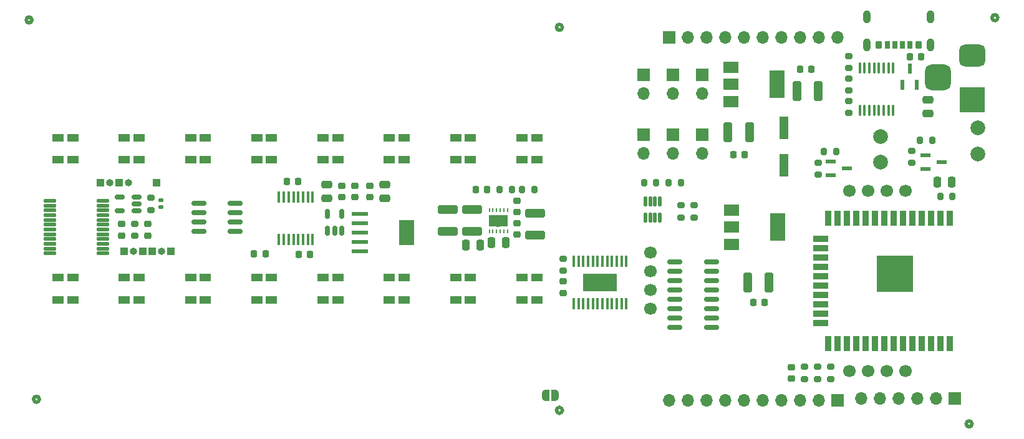
<source format=gts>
G04 #@! TF.GenerationSoftware,KiCad,Pcbnew,(6.0.1-0)*
G04 #@! TF.CreationDate,2022-03-11T15:24:18+09:00*
G04 #@! TF.ProjectId,qLAMP-main,714c414d-502d-46d6-9169-6e2e6b696361,rev?*
G04 #@! TF.SameCoordinates,Original*
G04 #@! TF.FileFunction,Soldermask,Top*
G04 #@! TF.FilePolarity,Negative*
%FSLAX46Y46*%
G04 Gerber Fmt 4.6, Leading zero omitted, Abs format (unit mm)*
G04 Created by KiCad (PCBNEW (6.0.1-0)) date 2022-03-11 15:24:18*
%MOMM*%
%LPD*%
G01*
G04 APERTURE LIST*
G04 Aperture macros list*
%AMRoundRect*
0 Rectangle with rounded corners*
0 $1 Rounding radius*
0 $2 $3 $4 $5 $6 $7 $8 $9 X,Y pos of 4 corners*
0 Add a 4 corners polygon primitive as box body*
4,1,4,$2,$3,$4,$5,$6,$7,$8,$9,$2,$3,0*
0 Add four circle primitives for the rounded corners*
1,1,$1+$1,$2,$3*
1,1,$1+$1,$4,$5*
1,1,$1+$1,$6,$7*
1,1,$1+$1,$8,$9*
0 Add four rect primitives between the rounded corners*
20,1,$1+$1,$2,$3,$4,$5,0*
20,1,$1+$1,$4,$5,$6,$7,0*
20,1,$1+$1,$6,$7,$8,$9,0*
20,1,$1+$1,$8,$9,$2,$3,0*%
%AMFreePoly0*
4,1,22,0.500000,-0.750000,0.000000,-0.750000,0.000000,-0.745033,-0.079941,-0.743568,-0.215256,-0.701293,-0.333266,-0.622738,-0.424486,-0.514219,-0.481581,-0.384460,-0.499164,-0.250000,-0.500000,-0.250000,-0.500000,0.250000,-0.499164,0.250000,-0.499963,0.256109,-0.478152,0.396186,-0.417904,0.524511,-0.324060,0.630769,-0.204165,0.706417,-0.067858,0.745374,0.000000,0.744959,0.000000,0.750000,
0.500000,0.750000,0.500000,-0.750000,0.500000,-0.750000,$1*%
%AMFreePoly1*
4,1,20,0.000000,0.744959,0.073905,0.744508,0.209726,0.703889,0.328688,0.626782,0.421226,0.519385,0.479903,0.390333,0.500000,0.250000,0.500000,-0.250000,0.499851,-0.262216,0.476331,-0.402017,0.414519,-0.529596,0.319384,-0.634700,0.198574,-0.708877,0.061801,-0.746166,0.000000,-0.745033,0.000000,-0.750000,-0.500000,-0.750000,-0.500000,0.750000,0.000000,0.750000,0.000000,0.744959,
0.000000,0.744959,$1*%
G04 Aperture macros list end*
%ADD10C,0.475000*%
%ADD11RoundRect,0.150000X0.825000X0.150000X-0.825000X0.150000X-0.825000X-0.150000X0.825000X-0.150000X0*%
%ADD12C,2.000000*%
%ADD13FreePoly0,180.000000*%
%ADD14FreePoly1,180.000000*%
%ADD15RoundRect,0.100000X-0.100000X0.637500X-0.100000X-0.637500X0.100000X-0.637500X0.100000X0.637500X0*%
%ADD16R,0.249999X0.499999*%
%ADD17C,0.600000*%
%ADD18R,2.500000X1.500000*%
%ADD19R,2.200000X0.600000*%
%ADD20R,2.150000X3.450000*%
%ADD21RoundRect,0.150000X0.150000X-0.512500X0.150000X0.512500X-0.150000X0.512500X-0.150000X-0.512500X0*%
%ADD22R,2.000000X1.500000*%
%ADD23R,2.000000X3.800000*%
%ADD24RoundRect,0.250000X0.475000X-0.250000X0.475000X0.250000X-0.475000X0.250000X-0.475000X-0.250000X0*%
%ADD25R,1.219200X3.098800*%
%ADD26RoundRect,0.225000X0.250000X-0.225000X0.250000X0.225000X-0.250000X0.225000X-0.250000X-0.225000X0*%
%ADD27RoundRect,0.250000X0.325000X1.100000X-0.325000X1.100000X-0.325000X-1.100000X0.325000X-1.100000X0*%
%ADD28RoundRect,0.225000X0.225000X0.250000X-0.225000X0.250000X-0.225000X-0.250000X0.225000X-0.250000X0*%
%ADD29RoundRect,0.250000X-0.325000X-1.100000X0.325000X-1.100000X0.325000X1.100000X-0.325000X1.100000X0*%
%ADD30RoundRect,0.250000X0.250000X0.475000X-0.250000X0.475000X-0.250000X-0.475000X0.250000X-0.475000X0*%
%ADD31RoundRect,0.225000X-0.225000X-0.250000X0.225000X-0.250000X0.225000X0.250000X-0.225000X0.250000X0*%
%ADD32RoundRect,0.250000X1.100000X-0.325000X1.100000X0.325000X-1.100000X0.325000X-1.100000X-0.325000X0*%
%ADD33RoundRect,0.111230X0.763770X0.111230X-0.763770X0.111230X-0.763770X-0.111230X0.763770X-0.111230X0*%
%ADD34RoundRect,0.225000X-0.250000X0.225000X-0.250000X-0.225000X0.250000X-0.225000X0.250000X0.225000X0*%
%ADD35RoundRect,0.111665X-0.111665X0.550835X-0.111665X-0.550835X0.111665X-0.550835X0.111665X0.550835X0*%
%ADD36RoundRect,0.150000X0.512500X0.150000X-0.512500X0.150000X-0.512500X-0.150000X0.512500X-0.150000X0*%
%ADD37R,0.410000X1.570000*%
%ADD38RoundRect,0.200000X-0.275000X0.200000X-0.275000X-0.200000X0.275000X-0.200000X0.275000X0.200000X0*%
%ADD39RoundRect,0.200000X-0.200000X-0.275000X0.200000X-0.275000X0.200000X0.275000X-0.200000X0.275000X0*%
%ADD40RoundRect,0.200000X0.200000X0.275000X-0.200000X0.275000X-0.200000X-0.275000X0.200000X-0.275000X0*%
%ADD41R,1.320800X0.558800*%
%ADD42R,0.558800X1.320800*%
%ADD43R,4.680000X2.400000*%
%ADD44RoundRect,0.100000X0.100000X-0.687500X0.100000X0.687500X-0.100000X0.687500X-0.100000X-0.687500X0*%
%ADD45R,1.700000X1.700000*%
%ADD46O,1.700000X1.700000*%
%ADD47R,3.500000X3.500000*%
%ADD48RoundRect,0.750000X-1.000000X0.750000X-1.000000X-0.750000X1.000000X-0.750000X1.000000X0.750000X0*%
%ADD49RoundRect,0.875000X-0.875000X0.875000X-0.875000X-0.875000X0.875000X-0.875000X0.875000X0.875000X0*%
%ADD50R,1.600000X1.000000*%
%ADD51RoundRect,0.200000X0.275000X-0.200000X0.275000X0.200000X-0.275000X0.200000X-0.275000X-0.200000X0*%
%ADD52C,1.700000*%
%ADD53RoundRect,0.035000X0.315000X0.465000X-0.315000X0.465000X-0.315000X-0.465000X0.315000X-0.465000X0*%
%ADD54RoundRect,0.040000X0.360000X0.460000X-0.360000X0.460000X-0.360000X-0.460000X0.360000X-0.460000X0*%
%ADD55O,1.000000X1.800000*%
%ADD56R,0.900000X2.000000*%
%ADD57R,2.000000X0.900000*%
%ADD58R,5.000000X5.000000*%
%ADD59RoundRect,0.140000X0.170000X-0.140000X0.170000X0.140000X-0.170000X0.140000X-0.170000X-0.140000X0*%
%ADD60R,1.000000X1.000000*%
%ADD61O,1.000000X1.000000*%
G04 APERTURE END LIST*
D10*
X77636000Y-126500000D02*
G75*
G03*
X77636000Y-126500000I-400000J0D01*
G01*
X76636000Y-75000000D02*
G75*
G03*
X76636000Y-75000000I-400000J0D01*
G01*
X148636000Y-128000000D02*
G75*
G03*
X148636000Y-128000000I-400000J0D01*
G01*
X204260000Y-129840000D02*
G75*
G03*
X204260000Y-129840000I-400000J0D01*
G01*
X148636000Y-76000000D02*
G75*
G03*
X148636000Y-76000000I-400000J0D01*
G01*
X207750000Y-74695000D02*
G75*
G03*
X207750000Y-74695000I-400000J0D01*
G01*
D11*
X104235000Y-103695000D03*
X104235000Y-102425000D03*
X104235000Y-101155000D03*
X104235000Y-99885000D03*
X99285000Y-99885000D03*
X99285000Y-101155000D03*
X99285000Y-102425000D03*
X99285000Y-103695000D03*
D12*
X205069999Y-89680009D03*
X205069999Y-93180009D03*
D13*
X147650000Y-126000000D03*
D14*
X146350000Y-126000000D03*
D15*
X193553292Y-81537300D03*
X192903292Y-81537300D03*
X192253292Y-81537300D03*
X191603292Y-81537300D03*
X190953292Y-81537300D03*
X190303292Y-81537300D03*
X189653292Y-81537300D03*
X189003292Y-81537300D03*
X189003292Y-87262300D03*
X189653292Y-87262300D03*
X190303292Y-87262300D03*
X190953292Y-87262300D03*
X191603292Y-87262300D03*
X192253292Y-87262300D03*
X192903292Y-87262300D03*
X193553292Y-87262300D03*
D16*
X141216000Y-100820000D03*
X140716001Y-100820000D03*
X140216000Y-100820000D03*
X139716000Y-100820000D03*
X139215999Y-100820000D03*
X138716000Y-100820000D03*
X138716000Y-103720000D03*
X139215999Y-103720000D03*
X139716000Y-103720000D03*
X140216000Y-103720000D03*
X140716001Y-103720000D03*
X141216000Y-103720000D03*
D17*
X140966001Y-102270000D03*
X139966000Y-101770001D03*
X139966000Y-102870000D03*
X138965999Y-102270000D03*
D18*
X139966000Y-102270000D03*
D19*
X121168500Y-101310000D03*
X121168500Y-102580000D03*
X121168500Y-103850000D03*
X121168500Y-105120000D03*
X121168500Y-106390000D03*
D20*
X127468500Y-103850000D03*
D21*
X116766000Y-103627500D03*
X117716000Y-103627500D03*
X118666000Y-103627500D03*
X118666000Y-101352500D03*
X116766000Y-101352500D03*
D22*
X171570000Y-100850000D03*
X171570000Y-103150000D03*
X171570000Y-105450000D03*
D23*
X177870000Y-103150000D03*
D22*
X171480000Y-81460000D03*
X171480000Y-83760000D03*
X171480000Y-86060000D03*
D23*
X177780000Y-83760000D03*
D24*
X124532000Y-99249995D03*
X124532000Y-97349995D03*
D25*
X178680000Y-89627300D03*
X178680000Y-94732700D03*
D26*
X122500000Y-99074995D03*
X122500000Y-97524995D03*
D27*
X174055000Y-90250000D03*
X171105000Y-90250000D03*
D28*
X173365000Y-93260000D03*
X171815000Y-93260000D03*
D29*
X180455000Y-84680000D03*
X183405000Y-84680000D03*
D26*
X118690000Y-99074995D03*
X118690000Y-97524995D03*
D28*
X176095000Y-113360000D03*
X174545000Y-113360000D03*
D24*
X116658000Y-99249995D03*
X116658000Y-97349995D03*
D30*
X137446000Y-105570000D03*
X135546000Y-105570000D03*
D31*
X195788292Y-79999800D03*
X197338292Y-79999800D03*
D28*
X138420995Y-98029993D03*
X136870995Y-98029993D03*
D32*
X133096000Y-103695000D03*
X133096000Y-100745000D03*
D12*
X191850000Y-90800000D03*
X191850000Y-94300000D03*
D33*
X86295999Y-106695011D03*
X86295999Y-106045013D03*
X86295999Y-105395012D03*
X86295999Y-104745012D03*
X86295999Y-104095012D03*
X86295999Y-103445012D03*
X86295999Y-102795012D03*
X86295999Y-102145012D03*
X86295999Y-101495012D03*
X86295999Y-100845012D03*
X86295999Y-100195011D03*
X86295999Y-99545013D03*
X79095999Y-99545013D03*
X79095999Y-100195011D03*
X79095999Y-100845012D03*
X79095999Y-101495012D03*
X79095999Y-102145012D03*
X79095999Y-102795012D03*
X79095999Y-103445012D03*
X79095999Y-104095012D03*
X79095999Y-104745012D03*
X79095999Y-105395012D03*
X79095999Y-106045013D03*
X79095999Y-106695011D03*
D34*
X92336000Y-102725000D03*
X92336000Y-104275000D03*
X179705000Y-122161000D03*
X179705000Y-123711000D03*
D26*
X88780000Y-104275000D03*
X88780000Y-102725000D03*
D31*
X106771004Y-106722000D03*
X108321004Y-106722000D03*
D28*
X114401000Y-106870000D03*
X112851000Y-106870000D03*
X112801000Y-96950000D03*
X111251000Y-96950000D03*
D35*
X161861750Y-99600653D03*
X161211750Y-99600653D03*
X160561750Y-99600653D03*
X159911750Y-99600653D03*
X159911750Y-101875653D03*
X160561750Y-101875653D03*
X161211750Y-101875653D03*
X161861750Y-101875653D03*
D36*
X90833502Y-100910012D03*
X90833502Y-99960012D03*
X90833502Y-99010012D03*
X88558502Y-99010012D03*
X88558502Y-100910012D03*
D37*
X110176000Y-104790000D03*
X110826000Y-104790000D03*
X111476000Y-104790000D03*
X112126000Y-104790000D03*
X112776000Y-104790000D03*
X113426000Y-104790000D03*
X114076000Y-104790000D03*
X114726000Y-104790000D03*
X114726000Y-99050000D03*
X114076000Y-99050000D03*
X113426000Y-99050000D03*
X112776000Y-99050000D03*
X112126000Y-99050000D03*
X111476000Y-99050000D03*
X110826000Y-99050000D03*
X110176000Y-99050000D03*
D38*
X90558000Y-102675000D03*
X90558000Y-104325000D03*
D39*
X163061000Y-97110005D03*
X164711000Y-97110005D03*
D40*
X161381000Y-97110000D03*
X159731000Y-97110000D03*
D11*
X168886000Y-116780000D03*
X168886000Y-115510000D03*
X168886000Y-114240000D03*
X168886000Y-112970000D03*
X168886000Y-111700000D03*
X168886000Y-110430000D03*
X168886000Y-109160000D03*
X168886000Y-107890000D03*
X163936000Y-107890000D03*
X163936000Y-109160000D03*
X163936000Y-110430000D03*
X163936000Y-111700000D03*
X163936000Y-112970000D03*
X163936000Y-114240000D03*
X163936000Y-115510000D03*
X163936000Y-116780000D03*
D26*
X120468000Y-99074995D03*
X120468000Y-97524995D03*
D41*
X197927800Y-93340200D03*
X197927800Y-95219800D03*
X200112200Y-94280000D03*
X185087800Y-94180200D03*
X185087800Y-96059800D03*
X187272200Y-95120000D03*
D42*
X194838492Y-83802000D03*
X196718092Y-83802000D03*
X195778292Y-81617600D03*
D43*
X153756000Y-110630000D03*
D44*
X150181000Y-113492500D03*
X150831000Y-113492500D03*
X151481000Y-113492500D03*
X152131000Y-113492500D03*
X152781000Y-113492500D03*
X153431000Y-113492500D03*
X154081000Y-113492500D03*
X154731000Y-113492500D03*
X155381000Y-113492500D03*
X156031000Y-113492500D03*
X156681000Y-113492500D03*
X157331000Y-113492500D03*
X157331000Y-107767500D03*
X156681000Y-107767500D03*
X156031000Y-107767500D03*
X155381000Y-107767500D03*
X154731000Y-107767500D03*
X154081000Y-107767500D03*
X153431000Y-107767500D03*
X152781000Y-107767500D03*
X152131000Y-107767500D03*
X151481000Y-107767500D03*
X150831000Y-107767500D03*
X150181000Y-107767500D03*
D26*
X142495998Y-104124998D03*
X142495998Y-102574998D03*
D38*
X164749988Y-100175001D03*
X164749988Y-101825001D03*
D30*
X201475000Y-97020000D03*
X199575000Y-97020000D03*
D45*
X167646956Y-90579052D03*
D46*
X167646956Y-93119052D03*
D45*
X159646956Y-90579052D03*
D46*
X159646956Y-93119052D03*
D45*
X167646956Y-82479052D03*
D46*
X167646956Y-85019052D03*
D45*
X163646956Y-82479052D03*
D46*
X163646956Y-85019052D03*
D45*
X159646956Y-82479052D03*
D46*
X159646956Y-85019052D03*
D45*
X163646956Y-90579052D03*
D46*
X163646956Y-93119052D03*
D40*
X198845000Y-91305000D03*
X197195000Y-91305000D03*
X185815000Y-92860000D03*
X184165000Y-92860000D03*
X141761006Y-98029993D03*
X140111006Y-98029993D03*
D38*
X187500006Y-79896200D03*
X187500006Y-81546200D03*
X187500006Y-82944200D03*
X187500006Y-84594200D03*
X196100000Y-92745000D03*
X196100000Y-94395000D03*
X183390000Y-94365000D03*
X183390000Y-96015000D03*
X148756005Y-107394991D03*
X148756005Y-109044991D03*
D40*
X201575000Y-98940000D03*
X199925000Y-98940000D03*
D38*
X187500006Y-85992200D03*
X187500006Y-87642200D03*
D34*
X148756005Y-110515012D03*
X148756005Y-112065012D03*
D27*
X176715000Y-110630000D03*
X173765000Y-110630000D03*
D31*
X180925000Y-81680000D03*
X182475000Y-81680000D03*
D47*
X204295792Y-85809800D03*
D48*
X204295792Y-79809800D03*
D49*
X199595792Y-82809800D03*
D50*
X107157211Y-91002066D03*
X107157211Y-94002066D03*
D51*
X181483000Y-123761000D03*
X181483000Y-122111000D03*
D50*
X134157211Y-113001633D03*
X134157211Y-110001633D03*
X89157211Y-91002066D03*
X89157211Y-94002066D03*
X134157211Y-91002066D03*
X134157211Y-94002066D03*
X127157211Y-113001633D03*
X127157211Y-110001633D03*
X136157211Y-91002066D03*
X136157211Y-94002066D03*
X143157211Y-91002066D03*
X143157211Y-94002066D03*
X100157211Y-113001633D03*
X100157211Y-110001633D03*
D52*
X187611003Y-98175006D03*
X190151003Y-98175006D03*
X192691003Y-98175006D03*
X195231003Y-98175006D03*
X187611003Y-122675006D03*
X190151003Y-122675006D03*
X192691003Y-122675006D03*
X195231003Y-122675006D03*
X160611003Y-106615006D03*
X160611003Y-109155006D03*
X160611003Y-111695006D03*
X160611003Y-114235006D03*
D50*
X100157211Y-91002066D03*
X100157211Y-94002066D03*
D51*
X185039000Y-123761000D03*
X185039000Y-122111000D03*
D50*
X125157211Y-113001633D03*
X125157211Y-110001633D03*
X116157211Y-113001633D03*
X116157211Y-110001633D03*
D32*
X136386000Y-103695000D03*
X136386000Y-100745000D03*
D53*
X194788282Y-78419792D03*
X192788282Y-78419792D03*
D54*
X191588282Y-78419792D03*
D53*
X193788282Y-78419792D03*
X195788282Y-78419792D03*
D54*
X196988282Y-78419792D03*
D55*
X198608282Y-78419792D03*
X198608282Y-74619792D03*
X189968282Y-78419792D03*
X189968282Y-74619792D03*
D34*
X142495998Y-99534999D03*
X142495998Y-101084999D03*
D45*
X186001000Y-126628000D03*
D46*
X183461000Y-126628000D03*
X180921000Y-126628000D03*
X178381000Y-126628000D03*
X175841000Y-126628000D03*
X173301000Y-126628000D03*
X170761000Y-126628000D03*
X168221000Y-126628000D03*
X165681000Y-126628000D03*
X163141000Y-126628000D03*
D50*
X82157211Y-113001633D03*
X82157211Y-110001633D03*
X118157211Y-113001633D03*
X118157211Y-110001633D03*
D39*
X143170995Y-98029993D03*
X144820995Y-98029993D03*
D50*
X109157211Y-113001633D03*
X109157211Y-110001633D03*
X118157211Y-91002066D03*
X118157211Y-94002066D03*
X109157211Y-91002066D03*
X109157211Y-94002066D03*
X80157211Y-91002066D03*
X80157211Y-94002066D03*
X98157211Y-113001633D03*
X98157211Y-110001633D03*
D24*
X198308292Y-87719800D03*
X198308292Y-85819800D03*
D56*
X201261000Y-101920000D03*
X199991000Y-101920000D03*
X198721000Y-101920000D03*
X197451000Y-101920000D03*
X196181000Y-101920000D03*
X194911000Y-101920000D03*
X193641000Y-101920000D03*
X192371000Y-101920000D03*
X191101000Y-101920000D03*
X189831000Y-101920000D03*
X188561000Y-101920000D03*
X187291000Y-101920000D03*
X186021000Y-101920000D03*
X184751000Y-101920000D03*
D57*
X183751000Y-104705000D03*
X183751000Y-105975000D03*
X183751000Y-107245000D03*
X183751000Y-108515000D03*
X183751000Y-109785000D03*
X183751000Y-111055000D03*
X183751000Y-112325000D03*
X183751000Y-113595000D03*
X183751000Y-114865000D03*
X183751000Y-116135000D03*
D56*
X184751000Y-118920000D03*
X186021000Y-118920000D03*
X187291000Y-118920000D03*
X188561000Y-118920000D03*
X189831000Y-118920000D03*
X191101000Y-118920000D03*
X192371000Y-118920000D03*
X193641000Y-118920000D03*
X194911000Y-118920000D03*
X196181000Y-118920000D03*
X197451000Y-118920000D03*
X198721000Y-118920000D03*
X199991000Y-118920000D03*
X201261000Y-118920000D03*
D58*
X193761000Y-109420000D03*
D50*
X80157211Y-113001633D03*
X80157211Y-110001633D03*
D45*
X201946000Y-126380000D03*
D46*
X199406000Y-126380000D03*
X196866000Y-126380000D03*
X194326000Y-126380000D03*
X191786000Y-126380000D03*
X189246002Y-126380011D03*
D51*
X166527988Y-101825001D03*
X166527988Y-100175001D03*
D50*
X91157211Y-113001633D03*
X91157211Y-110001633D03*
X127157211Y-91002066D03*
X127157211Y-94002066D03*
D59*
X94146005Y-100440012D03*
X94146005Y-99480012D03*
D50*
X89157211Y-113001633D03*
X89157211Y-110001633D03*
D45*
X163141000Y-77372000D03*
D46*
X165681000Y-77372000D03*
X168221000Y-77372000D03*
X170761000Y-77372000D03*
X173301000Y-77372000D03*
X175841000Y-77372000D03*
X178381000Y-77372000D03*
X180921000Y-77372000D03*
X183461000Y-77372000D03*
X186001000Y-77372000D03*
D50*
X125157211Y-91002066D03*
X125157211Y-94002066D03*
X145157211Y-113001633D03*
X145157211Y-110001633D03*
D38*
X92776006Y-99135012D03*
X92776006Y-100785012D03*
D51*
X183261000Y-123761000D03*
X183261000Y-122111000D03*
D50*
X116157211Y-91002066D03*
X116157211Y-94002066D03*
D30*
X140936000Y-105230000D03*
X139036000Y-105230000D03*
D50*
X91157211Y-91002066D03*
X91157211Y-94002066D03*
X145157211Y-91002066D03*
X145157211Y-94002066D03*
X82157211Y-91002066D03*
X82157211Y-94002066D03*
X107157211Y-113001633D03*
X107157211Y-110001633D03*
X98157211Y-91002066D03*
X98157211Y-94002066D03*
X143157211Y-113001633D03*
X143157211Y-110001633D03*
D32*
X144936000Y-104185000D03*
X144936000Y-101235000D03*
D50*
X136157211Y-113001633D03*
X136157211Y-110001633D03*
D60*
X89155998Y-106419994D03*
X95505998Y-106419994D03*
X93536000Y-97110005D03*
X85916000Y-97110005D03*
D61*
X87186000Y-97110005D03*
D60*
X91695998Y-106419994D03*
D61*
X90425998Y-106419994D03*
D60*
X92965998Y-106419994D03*
D61*
X94235998Y-106419994D03*
D60*
X88456000Y-97110005D03*
D61*
X89726000Y-97110005D03*
M02*

</source>
